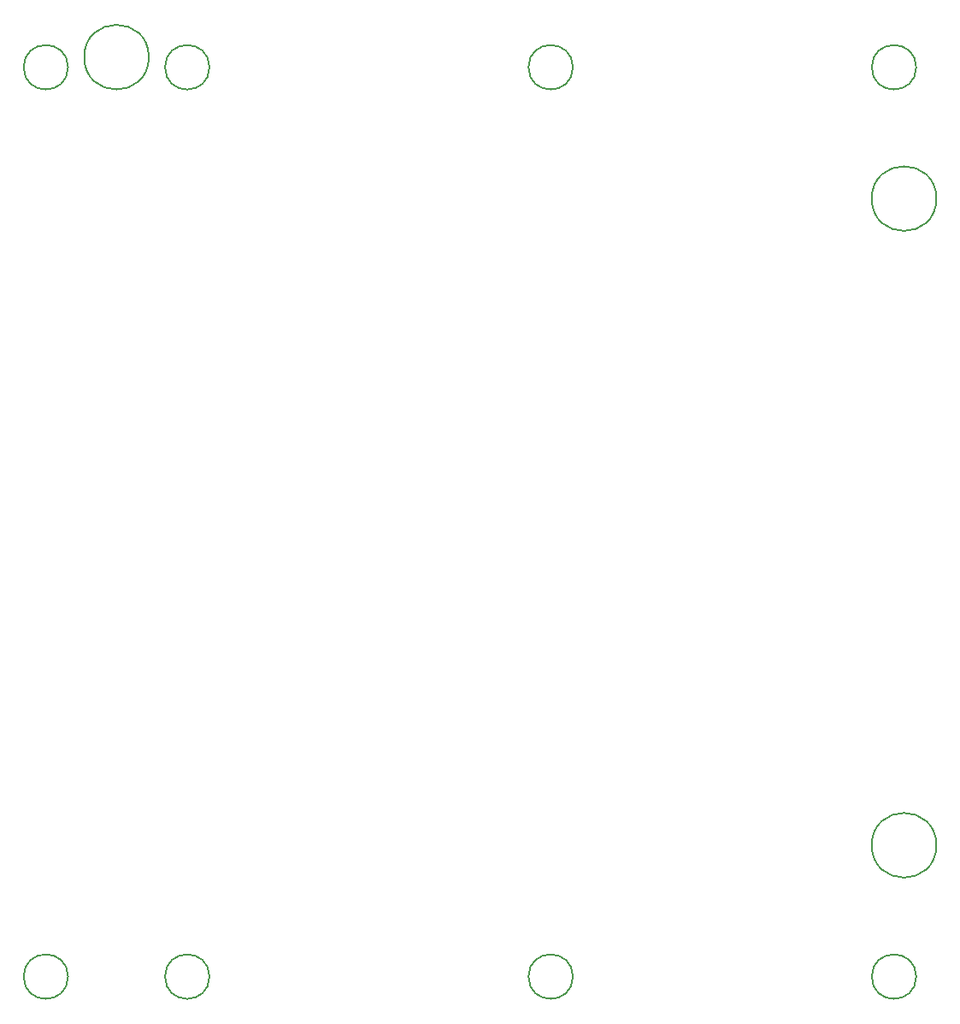
<source format=gbr>
%TF.GenerationSoftware,KiCad,Pcbnew,8.0.3-8.0.3-0~ubuntu22.04.1*%
%TF.CreationDate,2024-10-28T11:06:56+03:00*%
%TF.ProjectId,PM-RQ8,504d2d52-5138-42e6-9b69-6361645f7063,rev?*%
%TF.SameCoordinates,Original*%
%TF.FileFunction,Other,Comment*%
%FSLAX46Y46*%
G04 Gerber Fmt 4.6, Leading zero omitted, Abs format (unit mm)*
G04 Created by KiCad (PCBNEW 8.0.3-8.0.3-0~ubuntu22.04.1) date 2024-10-28 11:06:56*
%MOMM*%
%LPD*%
G01*
G04 APERTURE LIST*
%ADD10C,0.150000*%
G04 APERTURE END LIST*
D10*
%TO.C,U3*%
X-36800000Y45000000D02*
G75*
G02*
X-41200000Y45000000I-2200000J0D01*
G01*
X-41200000Y45000000D02*
G75*
G02*
X-36800000Y45000000I2200000J0D01*
G01*
X-36800000Y-45000000D02*
G75*
G02*
X-41200000Y-45000000I-2200000J0D01*
G01*
X-41200000Y-45000000D02*
G75*
G02*
X-36800000Y-45000000I2200000J0D01*
G01*
X-22800000Y45000000D02*
G75*
G02*
X-27200000Y45000000I-2200000J0D01*
G01*
X-27200000Y45000000D02*
G75*
G02*
X-22800000Y45000000I2200000J0D01*
G01*
X-22800000Y-45000000D02*
G75*
G02*
X-27200000Y-45000000I-2200000J0D01*
G01*
X-27200000Y-45000000D02*
G75*
G02*
X-22800000Y-45000000I2200000J0D01*
G01*
%TO.C,H3*%
X49200000Y-32000000D02*
G75*
G02*
X42800000Y-32000000I-3200000J0D01*
G01*
X42800000Y-32000000D02*
G75*
G02*
X49200000Y-32000000I3200000J0D01*
G01*
%TO.C,U5*%
X13200000Y45000000D02*
G75*
G02*
X8800000Y45000000I-2200000J0D01*
G01*
X8800000Y45000000D02*
G75*
G02*
X13200000Y45000000I2200000J0D01*
G01*
X13200000Y-45000000D02*
G75*
G02*
X8800000Y-45000000I-2200000J0D01*
G01*
X8800000Y-45000000D02*
G75*
G02*
X13200000Y-45000000I2200000J0D01*
G01*
X47200000Y45000000D02*
G75*
G02*
X42800000Y45000000I-2200000J0D01*
G01*
X42800000Y45000000D02*
G75*
G02*
X47200000Y45000000I2200000J0D01*
G01*
X47200000Y-45000000D02*
G75*
G02*
X42800000Y-45000000I-2200000J0D01*
G01*
X42800000Y-45000000D02*
G75*
G02*
X47200000Y-45000000I2200000J0D01*
G01*
%TO.C,H1*%
X-28800000Y46000000D02*
G75*
G02*
X-35200000Y46000000I-3200000J0D01*
G01*
X-35200000Y46000000D02*
G75*
G02*
X-28800000Y46000000I3200000J0D01*
G01*
%TO.C,H2*%
X49200000Y32000000D02*
G75*
G02*
X42800000Y32000000I-3200000J0D01*
G01*
X42800000Y32000000D02*
G75*
G02*
X49200000Y32000000I3200000J0D01*
G01*
%TD*%
M02*

</source>
